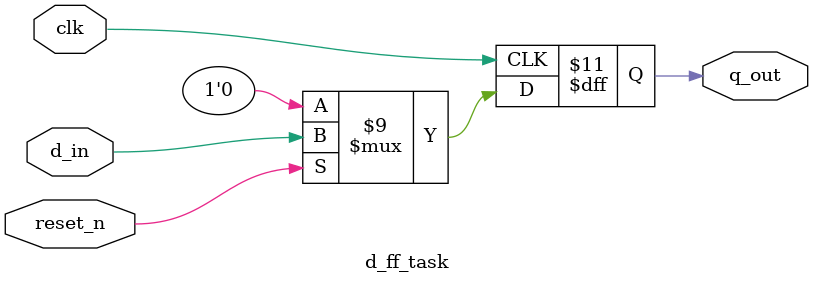
<source format=v>
`timescale 1ns / 1ps


module d_ff_task(
                    input d_in,clk,reset_n,
                    output reg q_out
                );
                always@(posedge clk)
                begin
                    ff(d_in,reset_n,q_out);
                end
                task ff(input d_in,reset_n,output reg q_out);
                begin
                if(~reset_n)
                  q_out='b0;
                else
                    q_out=d_in;
                 end  
              endtask
           
                
                 /*  dff(clk,reset_n,d_in,q1_out,q2_out);
                   
                 end
                 
                 task d_ff (input clk, reset_n,d_in,
                             output q1_out,q2_out);
                  begin
                /* always@(posedge clk,negedge reset_n)
                 begin
                 if(!reset_n)
                    begin
                        q_out<='b0;
                        q1_out<='b0;
                     end
                    else
                    begin
                    q_out<=d_in;
                    q1_out<=!d_in;
                    end
                end*/
                
                
endmodule

</source>
